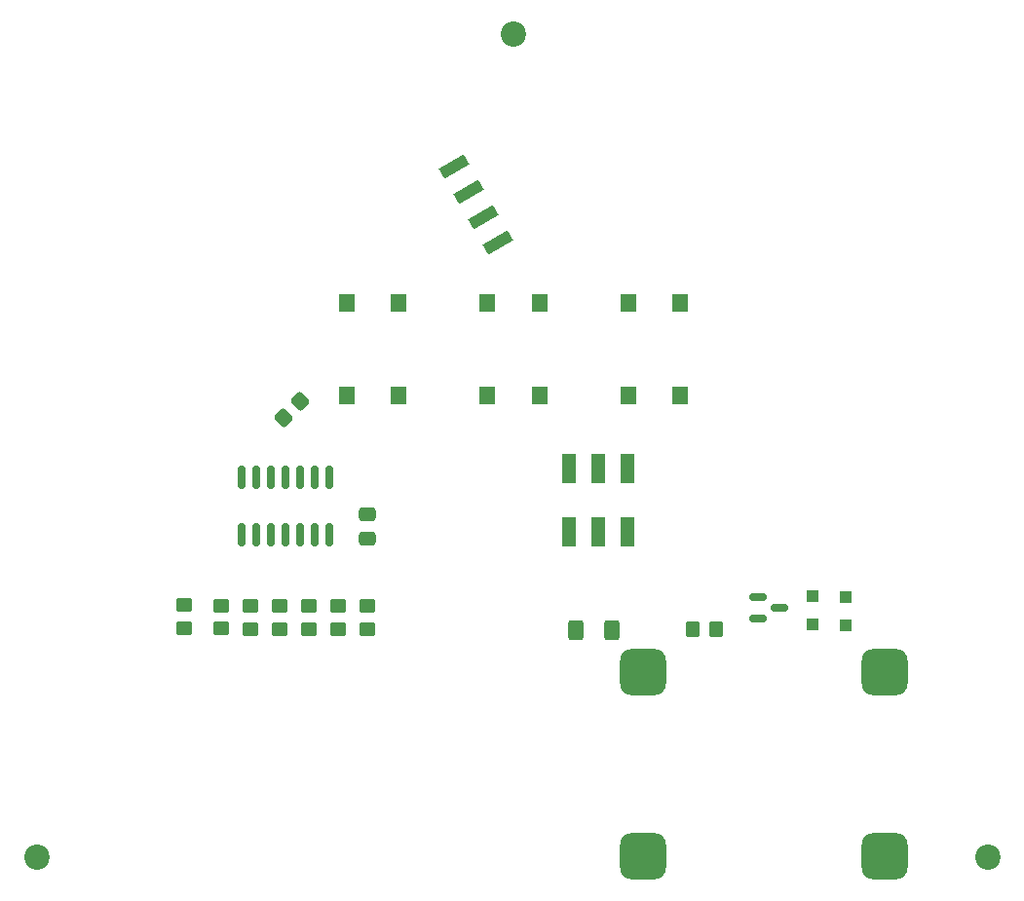
<source format=gbs>
%TF.GenerationSoftware,KiCad,Pcbnew,(6.0.5)*%
%TF.CreationDate,2022-11-29T16:26:00+01:00*%
%TF.ProjectId,sublink,7375626c-696e-46b2-9e6b-696361645f70,rev?*%
%TF.SameCoordinates,Original*%
%TF.FileFunction,Soldermask,Bot*%
%TF.FilePolarity,Negative*%
%FSLAX46Y46*%
G04 Gerber Fmt 4.6, Leading zero omitted, Abs format (unit mm)*
G04 Created by KiCad (PCBNEW (6.0.5)) date 2022-11-29 16:26:00*
%MOMM*%
%LPD*%
G01*
G04 APERTURE LIST*
G04 Aperture macros list*
%AMRoundRect*
0 Rectangle with rounded corners*
0 $1 Rounding radius*
0 $2 $3 $4 $5 $6 $7 $8 $9 X,Y pos of 4 corners*
0 Add a 4 corners polygon primitive as box body*
4,1,4,$2,$3,$4,$5,$6,$7,$8,$9,$2,$3,0*
0 Add four circle primitives for the rounded corners*
1,1,$1+$1,$2,$3*
1,1,$1+$1,$4,$5*
1,1,$1+$1,$6,$7*
1,1,$1+$1,$8,$9*
0 Add four rect primitives between the rounded corners*
20,1,$1+$1,$2,$3,$4,$5,0*
20,1,$1+$1,$4,$5,$6,$7,0*
20,1,$1+$1,$6,$7,$8,$9,0*
20,1,$1+$1,$8,$9,$2,$3,0*%
%AMRotRect*
0 Rectangle, with rotation*
0 The origin of the aperture is its center*
0 $1 length*
0 $2 width*
0 $3 Rotation angle, in degrees counterclockwise*
0 Add horizontal line*
21,1,$1,$2,0,0,$3*%
G04 Aperture macros list end*
%ADD10C,2.200000*%
%ADD11RoundRect,0.250000X-0.350000X-0.450000X0.350000X-0.450000X0.350000X0.450000X-0.350000X0.450000X0*%
%ADD12R,1.400000X1.600000*%
%ADD13R,1.000000X1.000000*%
%ADD14RoundRect,1.000000X1.000000X-1.000000X1.000000X1.000000X-1.000000X1.000000X-1.000000X-1.000000X0*%
%ADD15RotRect,2.500000X1.000000X30.000000*%
%ADD16RoundRect,0.250000X0.450000X-0.350000X0.450000X0.350000X-0.450000X0.350000X-0.450000X-0.350000X0*%
%ADD17RoundRect,0.250000X0.475000X-0.337500X0.475000X0.337500X-0.475000X0.337500X-0.475000X-0.337500X0*%
%ADD18RoundRect,0.250000X0.400000X0.625000X-0.400000X0.625000X-0.400000X-0.625000X0.400000X-0.625000X0*%
%ADD19RoundRect,0.250000X-0.450000X0.350000X-0.450000X-0.350000X0.450000X-0.350000X0.450000X0.350000X0*%
%ADD20R,1.200000X2.500000*%
%ADD21RoundRect,0.250000X0.070711X-0.565685X0.565685X-0.070711X-0.070711X0.565685X-0.565685X0.070711X0*%
%ADD22RoundRect,0.150000X-0.587500X-0.150000X0.587500X-0.150000X0.587500X0.150000X-0.587500X0.150000X0*%
%ADD23RoundRect,0.150000X0.150000X-0.825000X0.150000X0.825000X-0.150000X0.825000X-0.150000X-0.825000X0*%
G04 APERTURE END LIST*
D10*
X214420000Y-123462000D03*
X131830000Y-123432000D03*
X173230000Y-51922000D03*
D11*
X188820000Y-103662000D03*
X190820000Y-103662000D03*
D12*
X175478000Y-83296000D03*
X175478000Y-75296000D03*
X170978000Y-83296000D03*
X170978000Y-75296000D03*
X158770000Y-83296000D03*
X158770000Y-75296000D03*
X163270000Y-83296000D03*
X163270000Y-75296000D03*
D13*
X202100000Y-100822000D03*
X202100000Y-103322000D03*
D14*
X205480000Y-123412000D03*
X205480000Y-107412000D03*
X184480000Y-123412000D03*
X184480000Y-107412000D03*
D15*
X171872210Y-70070057D03*
X170602210Y-67870352D03*
X169332210Y-65670648D03*
X168062210Y-63470943D03*
D16*
X157988000Y-103616000D03*
X157988000Y-101616000D03*
D17*
X160528000Y-95779500D03*
X160528000Y-93704500D03*
D18*
X181740000Y-103742000D03*
X178640000Y-103742000D03*
D19*
X144590000Y-101562000D03*
X144590000Y-103562000D03*
D16*
X160528000Y-103632000D03*
X160528000Y-101632000D03*
D13*
X199200000Y-100772000D03*
X199200000Y-103272000D03*
D20*
X178094000Y-89706000D03*
X180594000Y-89706000D03*
X183094000Y-89706000D03*
X178094000Y-95206000D03*
X180594000Y-95206000D03*
X183094000Y-95206000D03*
D21*
X153275786Y-85246212D03*
X154690000Y-83831998D03*
D16*
X152908000Y-103632000D03*
X152908000Y-101632000D03*
D22*
X194462500Y-102722000D03*
X194462500Y-100822000D03*
X196337500Y-101772000D03*
D19*
X147828000Y-101600000D03*
X147828000Y-103600000D03*
D23*
X157226000Y-95439000D03*
X155956000Y-95439000D03*
X154686000Y-95439000D03*
X153416000Y-95439000D03*
X152146000Y-95439000D03*
X150876000Y-95439000D03*
X149606000Y-95439000D03*
X149606000Y-90489000D03*
X150876000Y-90489000D03*
X152146000Y-90489000D03*
X153416000Y-90489000D03*
X154686000Y-90489000D03*
X155956000Y-90489000D03*
X157226000Y-90489000D03*
D16*
X150368000Y-103632000D03*
X150368000Y-101632000D03*
D12*
X187686000Y-83296000D03*
X187686000Y-75296000D03*
X183186000Y-75296000D03*
X183186000Y-83296000D03*
D16*
X155448000Y-103632000D03*
X155448000Y-101632000D03*
M02*

</source>
